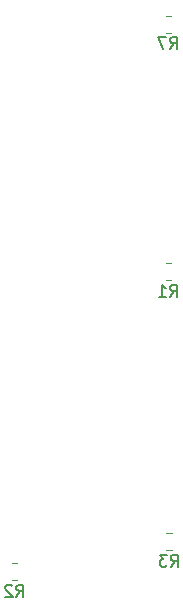
<source format=gbr>
%TF.GenerationSoftware,KiCad,Pcbnew,(5.1.8)-1*%
%TF.CreationDate,2024-07-21T13:54:42+03:00*%
%TF.ProjectId,MUX8x1-v5,4d555838-7831-42d7-9635-2e6b69636164,rev?*%
%TF.SameCoordinates,Original*%
%TF.FileFunction,Legend,Bot*%
%TF.FilePolarity,Positive*%
%FSLAX46Y46*%
G04 Gerber Fmt 4.6, Leading zero omitted, Abs format (unit mm)*
G04 Created by KiCad (PCBNEW (5.1.8)-1) date 2024-07-21 13:54:42*
%MOMM*%
%LPD*%
G01*
G04 APERTURE LIST*
%ADD10C,0.120000*%
%ADD11C,0.150000*%
G04 APERTURE END LIST*
D10*
%TO.C,R7*%
X175350436Y-48360000D02*
X175804564Y-48360000D01*
X175350436Y-46890000D02*
X175804564Y-46890000D01*
%TO.C,R3*%
X175397936Y-92175000D02*
X175852064Y-92175000D01*
X175397936Y-90705000D02*
X175852064Y-90705000D01*
%TO.C,R2*%
X162332936Y-94715000D02*
X162787064Y-94715000D01*
X162332936Y-93245000D02*
X162787064Y-93245000D01*
%TO.C,R1*%
X175350436Y-69315000D02*
X175804564Y-69315000D01*
X175350436Y-67845000D02*
X175804564Y-67845000D01*
%TO.C,R7*%
D11*
X175744166Y-49727380D02*
X176077500Y-49251190D01*
X176315595Y-49727380D02*
X176315595Y-48727380D01*
X175934642Y-48727380D01*
X175839404Y-48775000D01*
X175791785Y-48822619D01*
X175744166Y-48917857D01*
X175744166Y-49060714D01*
X175791785Y-49155952D01*
X175839404Y-49203571D01*
X175934642Y-49251190D01*
X176315595Y-49251190D01*
X175410833Y-48727380D02*
X174744166Y-48727380D01*
X175172738Y-49727380D01*
%TO.C,R3*%
X175791666Y-93542380D02*
X176125000Y-93066190D01*
X176363095Y-93542380D02*
X176363095Y-92542380D01*
X175982142Y-92542380D01*
X175886904Y-92590000D01*
X175839285Y-92637619D01*
X175791666Y-92732857D01*
X175791666Y-92875714D01*
X175839285Y-92970952D01*
X175886904Y-93018571D01*
X175982142Y-93066190D01*
X176363095Y-93066190D01*
X175458333Y-92542380D02*
X174839285Y-92542380D01*
X175172619Y-92923333D01*
X175029761Y-92923333D01*
X174934523Y-92970952D01*
X174886904Y-93018571D01*
X174839285Y-93113809D01*
X174839285Y-93351904D01*
X174886904Y-93447142D01*
X174934523Y-93494761D01*
X175029761Y-93542380D01*
X175315476Y-93542380D01*
X175410714Y-93494761D01*
X175458333Y-93447142D01*
%TO.C,R2*%
X162726666Y-96082380D02*
X163060000Y-95606190D01*
X163298095Y-96082380D02*
X163298095Y-95082380D01*
X162917142Y-95082380D01*
X162821904Y-95130000D01*
X162774285Y-95177619D01*
X162726666Y-95272857D01*
X162726666Y-95415714D01*
X162774285Y-95510952D01*
X162821904Y-95558571D01*
X162917142Y-95606190D01*
X163298095Y-95606190D01*
X162345714Y-95177619D02*
X162298095Y-95130000D01*
X162202857Y-95082380D01*
X161964761Y-95082380D01*
X161869523Y-95130000D01*
X161821904Y-95177619D01*
X161774285Y-95272857D01*
X161774285Y-95368095D01*
X161821904Y-95510952D01*
X162393333Y-96082380D01*
X161774285Y-96082380D01*
%TO.C,R1*%
X175744166Y-70682380D02*
X176077500Y-70206190D01*
X176315595Y-70682380D02*
X176315595Y-69682380D01*
X175934642Y-69682380D01*
X175839404Y-69730000D01*
X175791785Y-69777619D01*
X175744166Y-69872857D01*
X175744166Y-70015714D01*
X175791785Y-70110952D01*
X175839404Y-70158571D01*
X175934642Y-70206190D01*
X176315595Y-70206190D01*
X174791785Y-70682380D02*
X175363214Y-70682380D01*
X175077500Y-70682380D02*
X175077500Y-69682380D01*
X175172738Y-69825238D01*
X175267976Y-69920476D01*
X175363214Y-69968095D01*
%TD*%
M02*

</source>
